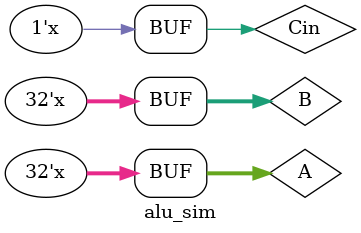
<source format=sv>
`timescale 1ns / 1ps

module alu_sim;
	reg [31:0] A;
	reg [31:0] B;
	reg Cin;
	reg [4:0] Card;

	wire [31:0] F;
	wire Cout;
	wire Zero;

	alu alu(
		.A(A), 
		.B(B), 
		.Cin(Cin),
		.Card(Card), 
		
		.F(F), 
		.Cout(Cout), 
		.Zero(Zero)
	);

	initial begin
		A = -3;
		B = -5;
		Cin = 1;
		Card = 5'b00001;
		#10;
	end
	
	always #1 begin
		Cin = !Cin;
	end

	always #2 begin
		A = A + 1;
		B = B + 1;
		Card = (Card + 1) % 16 == 0 ? 16 : (Card + 1) % 16;
	end
endmodule

</source>
